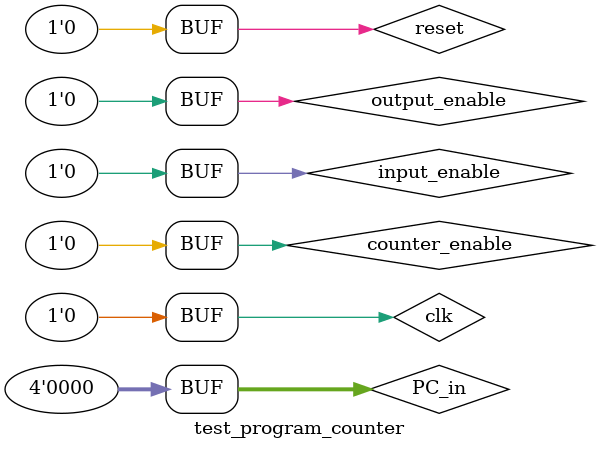
<source format=v>
module program_counter (
    output wire [3:0] Q,
    input wire clk,
    input wire reset,
    input wire counter_enable,
    input wire output_enable,
    input wire input_enable,
    input wire [3:0] PC_in
);
    reg [3:0] PC;
    assign Q = (output_enable) ? PC : 4'bz;

    initial begin
        PC <= 4'b0000;
    end

    always @(reset) begin
        if (reset) begin
            PC <= 4'b0000;
        end
        else begin
            PC <= PC;
        end
    end

    always @(posedge clk) begin
        if (counter_enable) begin
            PC <= PC + 1;
        end
        else if (input_enable) begin
            PC <= PC_in;
        end
        else begin
            PC <= PC;
        end
    end

endmodule

// Testbench for program_counter module
module test_program_counter;
    reg clk, reset, counter_enable, output_enable, input_enable;
    reg [3:0] PC_in;
    wire [3:0] Q;

    program_counter pc (
        .Q(Q),
        .clk(clk),
        .reset(reset),
        .counter_enable(counter_enable),
        .output_enable(output_enable),
        .input_enable(input_enable),
        .PC_in(PC_in)
    );

    initial begin
        // Initialize inputs
        clk = 0;
        reset = 0;
        counter_enable = 0;
        output_enable = 0;
        input_enable = 0;
        PC_in = 4'b0000;

        // Monitor output
        $monitor("Time: %0t | Q: %b | clk: %b | reset: %b | counter_enable: %b | output_enable: %b | input_enable: %b | PC_in: %b", $time, Q, clk, reset, counter_enable, output_enable, input_enable, PC_in);
        // Test reset functionality
        #5 reset = 1; // Assert reset
        #5 reset = 0; // Deassert reset

        // Test counter enable functionality
        #5 counter_enable = 1; // Enable counter
        clk = 1; // Toggle clock
        output_enable = 1; // Enable output
        #5 clk = 0; // Toggle clock
        #5 clk = 1; // Toggle clock
        #5 clk = 0; // Toggle clock
        output_enable = 0; // Disable output
        counter_enable = 0; // Disable counter
        #5 clk = 1; // Toggle clock
        output_enable = 1; // Enable output
        #5 clk = 0; // Toggle clock
        output_enable = 0; // Disable output
    end
endmodule
</source>
